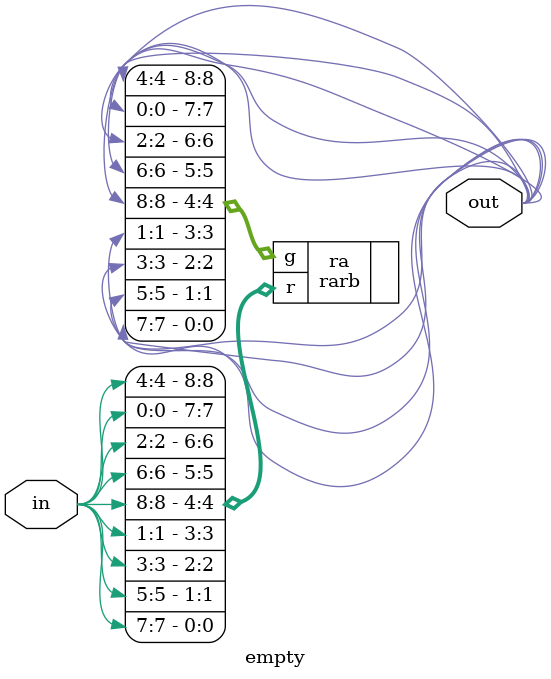
<source format=v>
/*******************************************************************************
Copyright (c) 2012, Stanford University
All rights reserved.

Redistribution and use in source and binary forms, with or without
modification, are permitted provided that the following conditions are met:
1. Redistributions of source code must retain the above copyright
   notice, this list of conditions and the following disclaimer.
2. Redistributions in binary form must reproduce the above copyright
   notice, this list of conditions and the following disclaimer in the
   documentation and/or other materials provided with the distribution.
3. All advertising materials mentioning features or use of this software
   must display the following acknowledgement:
   This product includes software developed at Stanford University.
4. Neither the name of Stanford Univerity nor the
   names of its contributors may be used to endorse or promote products
   derived from this software without specific prior written permission.

THIS SOFTWARE IS PROVIDED BY STANFORD UNIVERSITY ''AS IS'' AND ANY
EXPRESS OR IMPLIED WARRANTIES, INCLUDING, BUT NOT LIMITED TO, THE IMPLIED
WARRANTIES OF MERCHANTABILITY AND FITNESS FOR A PARTICULAR PURPOSE ARE
DISCLAIMED. IN NO EVENT SHALL STANFORD UNIVERSITY BE LIABLE FOR ANY
DIRECT, INDIRECT, INCIDENTAL, SPECIAL, EXEMPLARY, OR CONSEQUENTIAL DAMAGES
(INCLUDING, BUT NOT LIMITED TO, PROCUREMENT OF SUBSTITUTE GOODS OR SERVICES;
LOSS OF USE, DATA, OR PROFITS; OR BUSINESS INTERRUPTION) HOWEVER CAUSED AND
ON ANY THEORY OF LIABILITY, WHETHER IN CONTRACT, STRICT LIABILITY, OR TORT
(INCLUDING NEGLIGENCE OR OTHERWISE) ARISING IN ANY WAY OUT OF THE USE OF THIS
SOFTWARE, EVEN IF ADVISED OF THE POSSIBILITY OF SUCH DAMAGE.
*******************************************************************************/
//-----------------------------------------------------------------------------
// empty
// Pick first space not in input.  Permute vector so middle comes first,
// then corners, then edges.
// Inputs:
//   in - (9 bits) occupied spaces
// Outputs:
//   out - (9 bits) first empty space
//-----------------------------------------------------------------------------
module empty(
    input [8:0] in,
    output wire [8:0] out
);

    rarb #(9) ra(
        .r({in[4],  in[0],  in[2],  in[6],  in[8],  in[1],  in[3],  in[5],  in[7]}),
        .g({out[4], out[0], out[2], out[6], out[8], out[1], out[3], out[5], out[7]})
    );

endmodule

</source>
